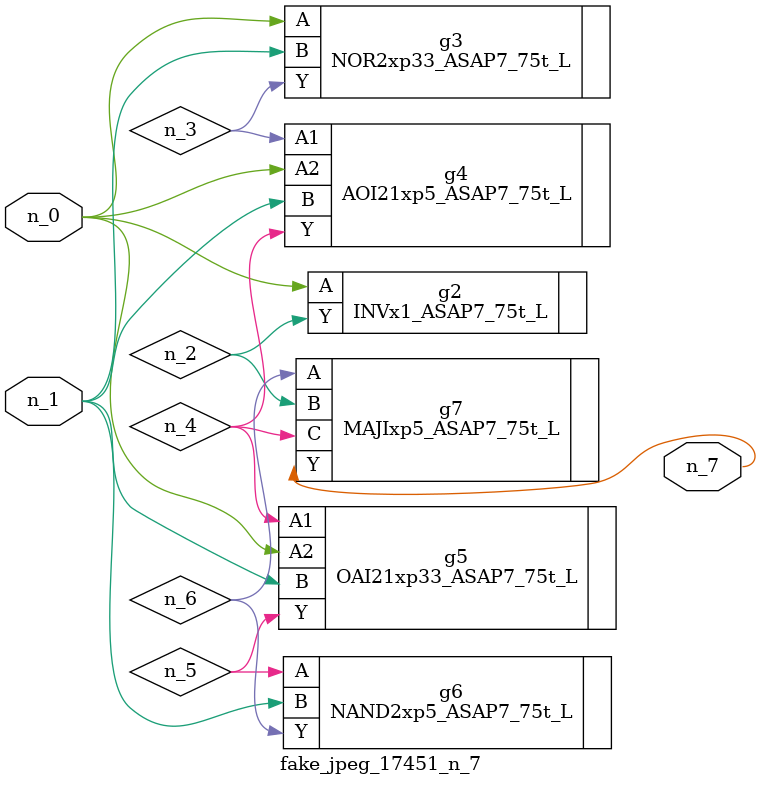
<source format=v>
module fake_jpeg_17451_n_7 (n_0, n_1, n_7);

input n_0;
input n_1;

output n_7;

wire n_3;
wire n_2;
wire n_4;
wire n_6;
wire n_5;

INVx1_ASAP7_75t_L g2 ( 
.A(n_0),
.Y(n_2)
);

NOR2xp33_ASAP7_75t_L g3 ( 
.A(n_0),
.B(n_1),
.Y(n_3)
);

AOI21xp5_ASAP7_75t_L g4 ( 
.A1(n_3),
.A2(n_0),
.B(n_1),
.Y(n_4)
);

OAI21xp33_ASAP7_75t_L g5 ( 
.A1(n_4),
.A2(n_0),
.B(n_1),
.Y(n_5)
);

NAND2xp5_ASAP7_75t_L g6 ( 
.A(n_5),
.B(n_1),
.Y(n_6)
);

MAJIxp5_ASAP7_75t_L g7 ( 
.A(n_6),
.B(n_2),
.C(n_4),
.Y(n_7)
);


endmodule
</source>
